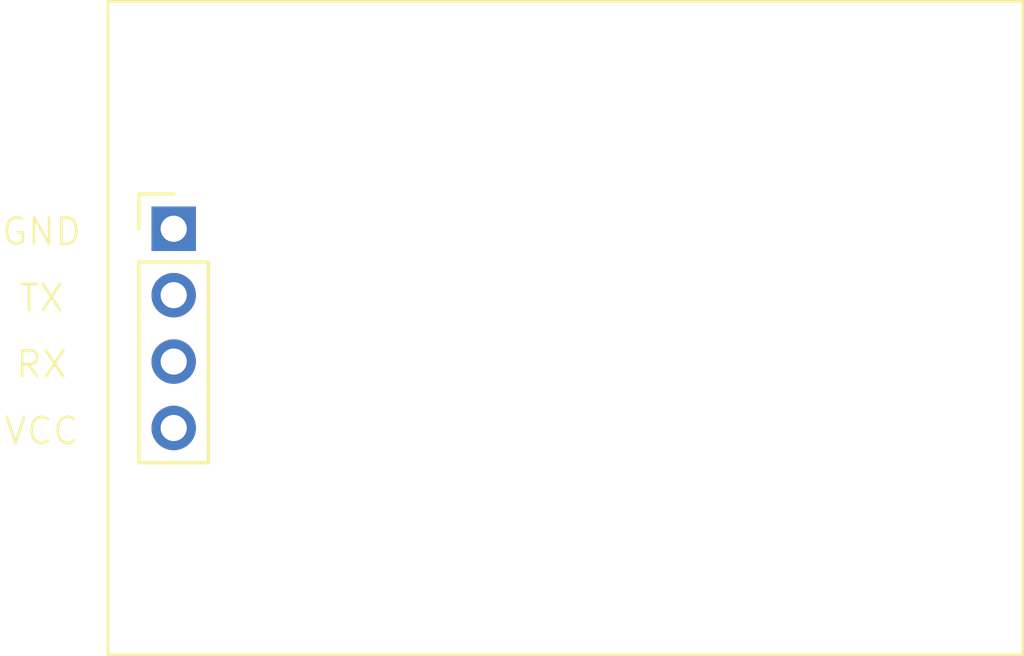
<source format=kicad_pcb>
(kicad_pcb (version 20240108) (generator "pcbnew") (generator_version "8.0")
  (layers (0 "F.Cu" signal) (31 "B.Cu" signal) (34 "B.Paste" user) (35 "F.Paste" user) (36 "B.SilkS" user "B.Silkscreen") (37 "F.SilkS" user "F.Silkscreen") (38 "B.Mask" user) (39 "F.Mask" user) (44 "Edge.Cuts" user))
  (net 0 "")
  (footprint "" (layer "F.Cu") (at 140.97 121.666)
    (property "Reference" "" (at 0.254 -0.254 0) (layer "F.SilkS") (effects (font (size 1.27 1.27))))
    (property "Value" "")
    (pad "" np_thru_hole circle (at 0 0) (size 3.2 3.2) (drill 3.2) (layers "F&B.Cu" "*.Mask"))
  )
  (footprint "" (layer "F.Cu") (at 140.97 100.838)
    (property "Reference" "" (at 0 0.762 0) (layer "F.SilkS") (effects (font (size 1.27 1.27))))
    (property "Value" "")
    (pad "" np_thru_hole circle (at 0 0) (size 3.2 3.2) (drill 3.2) (layers "F&B.Cu" "*.Mask"))
  )
  (footprint "" (layer "F.Cu") (at 171.958 100.838)
    (property "Reference" "" (at 0 0 0) (layer "F.SilkS") (effects (font (size 1.27 1.27))))
    (property "Value" "")
    (pad "" np_thru_hole circle (at 0 0) (size 3.2 3.2) (drill 3.2) (layers "F&B.Cu" "*.Mask"))
  )
  (footprint "" (layer "F.Cu") (at 171.958 121.666)
    (property "Reference" "" (at 0 0 0) (layer "F.SilkS") (effects (font (size 1.27 1.27))))
    (property "Value" "")
    (pad "" np_thru_hole circle (at 0 0) (size 3.2 3.2) (drill 3.2) (layers "F&B.Cu" "*.Mask"))
  )
  (footprint "Connector_PinHeader_2.54mm:PinHeader_1x04_P2.54mm_Vertical" (layer "F.Cu") (at 141.478 107.506)
    (property "Reference" "REF**" (hide yes))
    (property "Value" "PinHeader_1x04_P2.54mm_Vertical" (hide yes))
    (fp_line (start -1.33 -1.33) (end 0 -1.33) (stroke (width 0.12)) (layer "F.SilkS"))
    (fp_line (start -1.33 0) (end -1.33 -1.33) (stroke (width 0.12)) (layer "F.SilkS"))
    (fp_line (start -1.33 1.27) (end -1.33 8.95) (stroke (width 0.12)) (layer "F.SilkS"))
    (fp_line (start -1.33 1.27) (end 1.33 1.27) (stroke (width 0.12)) (layer "F.SilkS"))
    (fp_line (start -1.33 8.95) (end 1.33 8.95) (stroke (width 0.12)) (layer "F.SilkS"))
    (fp_line (start 1.33 1.27) (end 1.33 8.95) (stroke (width 0.12)) (layer "F.SilkS"))
    (pad "1" thru_hole rect (at 0 0) (size 1.7 1.7) (drill 1) (layers "*.Cu" "*.Mask"))
    (pad "2" thru_hole oval (at 0 2.54) (size 1.7 1.7) (drill 1) (layers "*.Cu" "*.Mask"))
    (pad "3" thru_hole oval (at 0 5.08) (size 1.7 1.7) (drill 1) (layers "*.Cu" "*.Mask"))
    (pad "4" thru_hole oval (at 0 7.62) (size 1.7 1.7) (drill 1) (layers "*.Cu" "*.Mask"))
  )
  (gr_rect (start 138.964 98.806) (end 173.964 123.806) (stroke (width 0.1)) (fill none) (layer "F.SilkS"))
  (gr_text "TX" (at 135.501047 110.744 0) (layer "F.SilkS") (effects (font (size 1 1) (thickness 0.1)) (justify left bottom)))
  (gr_text "RX" (at 135.382 113.284 0) (layer "F.SilkS") (effects (font (size 1 1) (thickness 0.1)) (justify left bottom)))
  (gr_text "GND" (at 134.834381 108.204 0) (layer "F.SilkS") (effects (font (size 1 1) (thickness 0.1)) (justify left bottom)))
  (gr_text "VCC" (at 134.929619 115.824 0) (layer "F.SilkS") (effects (font (size 1 1) (thickness 0.1)) (justify left bottom)))
)
</source>
